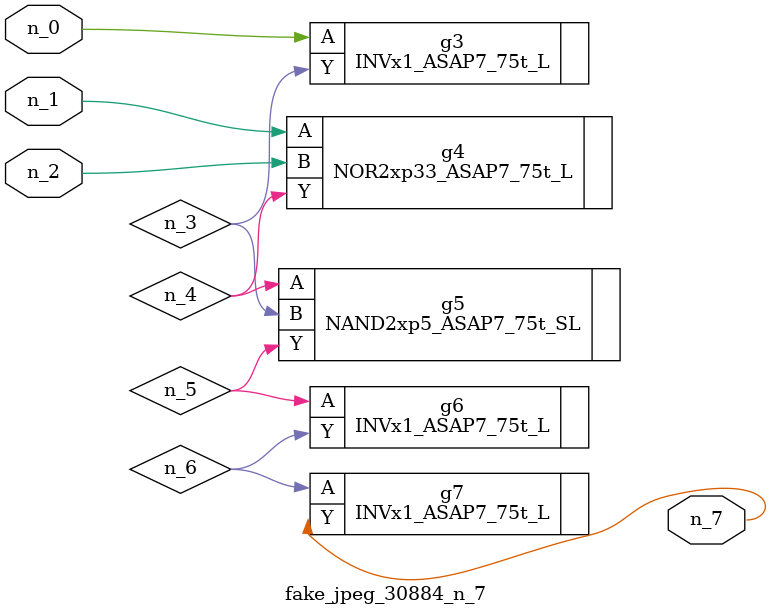
<source format=v>
module fake_jpeg_30884_n_7 (n_0, n_2, n_1, n_7);

input n_0;
input n_2;
input n_1;

output n_7;

wire n_3;
wire n_4;
wire n_6;
wire n_5;

INVx1_ASAP7_75t_L g3 ( 
.A(n_0),
.Y(n_3)
);

NOR2xp33_ASAP7_75t_L g4 ( 
.A(n_1),
.B(n_2),
.Y(n_4)
);

NAND2xp5_ASAP7_75t_SL g5 ( 
.A(n_4),
.B(n_3),
.Y(n_5)
);

INVx1_ASAP7_75t_L g6 ( 
.A(n_5),
.Y(n_6)
);

INVx1_ASAP7_75t_L g7 ( 
.A(n_6),
.Y(n_7)
);


endmodule
</source>
